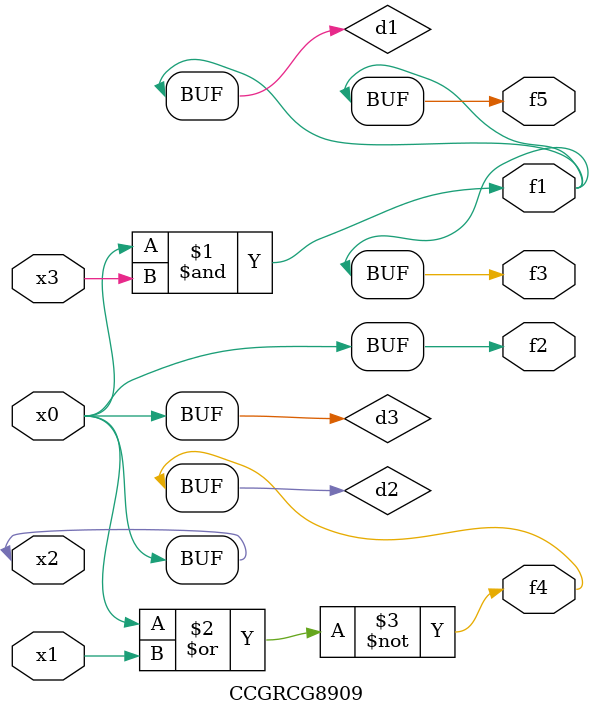
<source format=v>
module CCGRCG8909(
	input x0, x1, x2, x3,
	output f1, f2, f3, f4, f5
);

	wire d1, d2, d3;

	and (d1, x2, x3);
	nor (d2, x0, x1);
	buf (d3, x0, x2);
	assign f1 = d1;
	assign f2 = d3;
	assign f3 = d1;
	assign f4 = d2;
	assign f5 = d1;
endmodule

</source>
